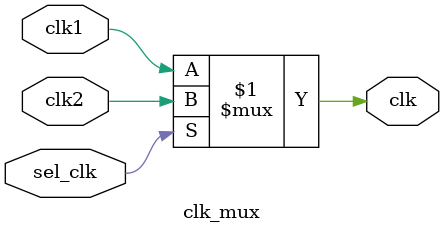
<source format=v>
module clk_mux (
    input clk1, clk2, sel_clk, 
    output clk
);

// Complete clock mux function 
assign clk = sel_clk ? clk2 : clk1;
    
endmodule
</source>
